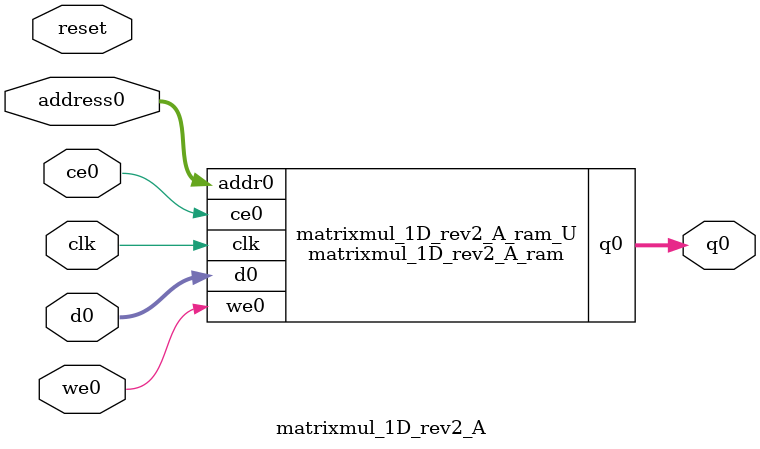
<source format=v>

`timescale 1 ns / 1 ps
module matrixmul_1D_rev2_A_ram (addr0, ce0, d0, we0, q0,  clk);

parameter DWIDTH = 8;
parameter AWIDTH = 14;
parameter MEM_SIZE = 16384;

input[AWIDTH-1:0] addr0;
input ce0;
input[DWIDTH-1:0] d0;
input we0;
output reg[DWIDTH-1:0] q0;
input clk;

(* ram_style = "block" *)reg [DWIDTH-1:0] ram[0:MEM_SIZE-1];




always @(posedge clk)  
begin 
    if (ce0) 
    begin
        if (we0) 
        begin 
            ram[addr0] <= d0; 
            q0 <= d0;
        end 
        else 
            q0 <= ram[addr0];
    end
end


endmodule


`timescale 1 ns / 1 ps
module matrixmul_1D_rev2_A(
    reset,
    clk,
    address0,
    ce0,
    we0,
    d0,
    q0);

parameter DataWidth = 32'd8;
parameter AddressRange = 32'd16384;
parameter AddressWidth = 32'd14;
input reset;
input clk;
input[AddressWidth - 1:0] address0;
input ce0;
input we0;
input[DataWidth - 1:0] d0;
output[DataWidth - 1:0] q0;



matrixmul_1D_rev2_A_ram matrixmul_1D_rev2_A_ram_U(
    .clk( clk ),
    .addr0( address0 ),
    .ce0( ce0 ),
    .we0( we0 ),
    .d0( d0 ),
    .q0( q0 ));

endmodule


</source>
